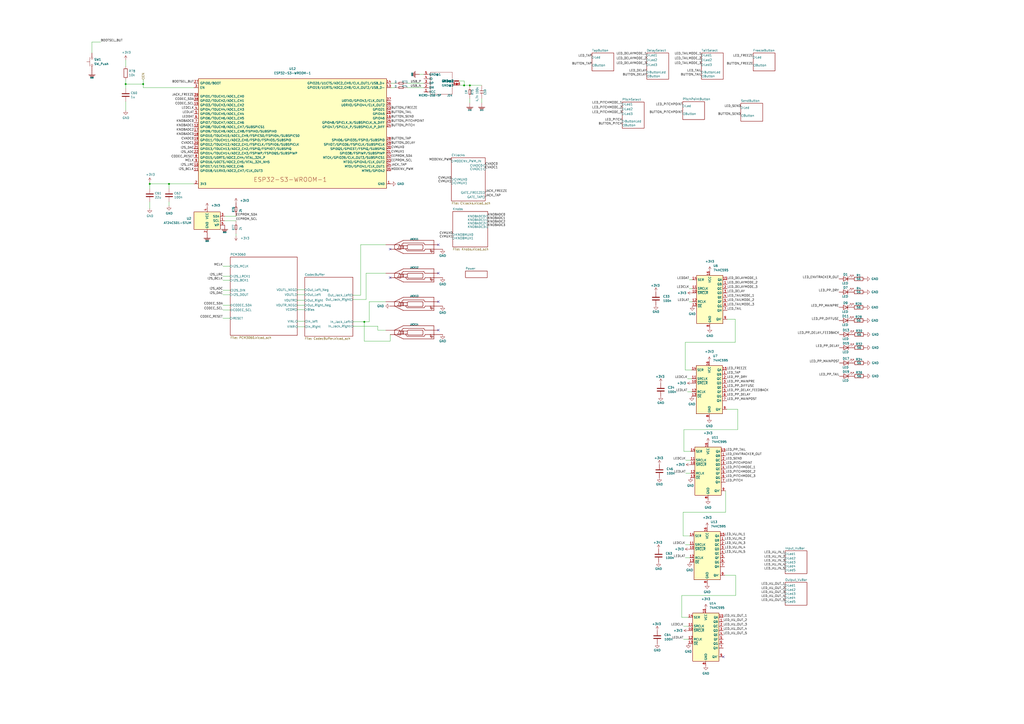
<source format=kicad_sch>
(kicad_sch (version 20221206) (generator eeschema)
  (paper "A2")
  (lib_symbols
    (symbol "74xx:74HC595"
      (property "Reference" "U" (at -7.62 13.97 0))
      (property "Value" "74HC595" (at -7.62 -16.51 0))
      (symbol "74HC595_1_0"
        (pin tri_state line (at 10.16 7.62 180) (length 2.54) (name "QB") (number "1"))
        (pin input line (at -10.16 2.54 0) (length 2.54) (name "~{SRCLR}") (number "10"))
        (pin input line (at -10.16 5.08 0) (length 2.54) (name "SRCLK") (number "11"))
        (pin input line (at -10.16 -2.54 0) (length 2.54) (name "RCLK") (number "12"))
        (pin input line (at -10.16 -5.08 0) (length 2.54) (name "~{OE}") (number "13"))
        (pin input line (at -10.16 10.16 0) (length 2.54) (name "SER") (number "14"))
        (pin tri_state line (at 10.16 10.16 180) (length 2.54) (name "QA") (number "15"))
        (pin power_in line (at 0 15.24 270) (length 2.54) (name "VCC") (number "16"))
        (pin tri_state line (at 10.16 5.08 180) (length 2.54) (name "QC") (number "2"))
        (pin tri_state line (at 10.16 2.54 180) (length 2.54) (name "QD") (number "3"))
        (pin tri_state line (at 10.16 0 180) (length 2.54) (name "QE") (number "4"))
        (pin tri_state line (at 10.16 -2.54 180) (length 2.54) (name "QF") (number "5"))
        (pin tri_state line (at 10.16 -5.08 180) (length 2.54) (name "QG") (number "6"))
        (pin tri_state line (at 10.16 -7.62 180) (length 2.54) (name "QH") (number "7"))
        (pin power_in line (at 0 -17.78 90) (length 2.54) (name "GND") (number "8"))
        (pin output line (at 10.16 -12.7 180) (length 2.54) (name "QH'") (number "9"))
      )
    )
    (symbol "Device:C" (pin_numbers hide) (pin_names (offset 0.254))
      (property "Reference" "C" (at 0.635 2.54 0))
      (property "Value" "C" (at 0.635 -2.54 0))
      (symbol "C_1_1"
        (pin passive line (at 0 3.81 270) (length 2.794) (name "~") (number "1"))
        (pin passive line (at 0 -3.81 90) (length 2.794) (name "~") (number "2"))
      )
    )
    (symbol "Device:LED" (pin_numbers hide) (pin_names (offset 1.016) hide)
      (property "Reference" "D" (at 0 2.54 0))
      (property "Value" "LED" (at 0 -2.54 0))
      (symbol "LED_1_1"
        (pin passive line (at -3.81 0 0) (length 2.54) (name "K") (number "1"))
        (pin passive line (at 3.81 0 180) (length 2.54) (name "A") (number "2"))
      )
    )
    (symbol "Device:R" (pin_numbers hide) (pin_names (offset 0))
      (property "Reference" "R" (at 2.032 0 90))
      (property "Value" "R" (at 0 0 90))
      (symbol "R_1_1"
        (pin passive line (at 0 3.81 270) (length 1.27) (name "~") (number "1"))
        (pin passive line (at 0 -3.81 90) (length 1.27) (name "~") (number "2"))
      )
    )
    (symbol "ESP32-Eurorack-Audio-rescue:+3.3V-power" (power) (pin_names (offset 0))
      (property "Value" "+3.3V-power" (at 0 3.556 0))
      (symbol "+3.3V-power_1_1"
        (pin power_in line (at 0 0 90) (length 0) hide (name "+3V3") (number "1"))
      )
    )
    (symbol "Espressif:ESP32-S3-WROOM-1" (pin_names (offset 1.016))
      (property "Reference" "U" (at -53.34 38.1 0))
      (property "Value" "ESP32-S3-WROOM-1" (at -53.34 35.56 0))
      (symbol "ESP32-S3-WROOM-1_0_0"
        (text "ESP32-S3-WROOM-1" (at 0 -25.4 0) (effects (font (size 2.54 2.54))))
        (pin power_in line (at 58.42 -27.94 180) (length 2.54) (name "GND") (number "1"))
        (pin bidirectional line (at -55.88 -17.78 0) (length 2.54) (name "GPIO17/U1TXD/ADC2_CH6") (number "10"))
        (pin bidirectional line (at -55.88 -20.32 0) (length 2.54) (name "GPIO18/U1RXD/ADC2_CH7/CLK_OUT3") (number "11"))
        (pin bidirectional line (at -55.88 5.08 0) (length 2.54) (name "GPIO8/TOUCH8/ADC1_CH7/SUBSPICS1") (number "12"))
        (pin bidirectional line (at 58.42 27.94 180) (length 2.54) (name "GPIO19/U1RTS/ADC2_CH8/CLK_OUT2/USB_D-") (number "13"))
        (pin bidirectional line (at 58.42 30.48 180) (length 2.54) (name "GPIO20/U1CTS/ADC2_CH9/CLK_OUT1/USB_D+") (number "14"))
        (pin bidirectional line (at -55.88 17.78 0) (length 2.54) (name "GPIO3/TOUCH3/ADC1_CH2") (number "15"))
        (pin bidirectional line (at 58.42 10.16 180) (length 2.54) (name "GPIO46") (number "16"))
        (pin bidirectional line (at -55.88 2.54 0) (length 2.54) (name "GPIO9/TOUCH9/ADC1_CH8/FSPIHD/SUBSPIHD") (number "17"))
        (pin bidirectional line (at -55.88 0 0) (length 2.54) (name "GPIO10/TOUCH10/ADC1_CH9/FSPICS0/FSPIIO4/SUBSPICS0") (number "18"))
        (pin bidirectional line (at -55.88 -2.54 0) (length 2.54) (name "GPIO11/TOUCH11/ADC2_CH0/FSPID/FSPIIO5/SUBSPID") (number "19"))
        (pin power_in line (at -55.88 -27.94 0) (length 2.54) (name "3V3") (number "2"))
        (pin bidirectional line (at -55.88 -5.08 0) (length 2.54) (name "GPIO12/TOUCH12/ADC2_CH1/FSPICLK/FSPIIO6/SUBSPICLK") (number "20"))
        (pin bidirectional line (at -55.88 -7.62 0) (length 2.54) (name "GPIO13/TOUCH13/ADC2_CH2/FSPIQ/FSPIIO7/SUBSPIQ") (number "21"))
        (pin bidirectional line (at -55.88 -10.16 0) (length 2.54) (name "GPIO14/TOUCH14/ADC2_CH3/FSPIWP/FSPIDQS/SUBSPIWP") (number "22"))
        (pin bidirectional line (at 58.42 15.24 180) (length 2.54) (name "GPIO21") (number "23"))
        (pin bidirectional line (at 58.42 5.08 180) (length 2.54) (name "GPIO47/SPICLK_P/SUBSPICLK_P_DIFF") (number "24"))
        (pin bidirectional line (at 58.42 7.62 180) (length 2.54) (name "GPIO48/SPICLK_N/SUBSPICLK_N_DIFF") (number "25"))
        (pin bidirectional line (at 58.42 12.7 180) (length 2.54) (name "GPIO45") (number "26"))
        (pin bidirectional line (at -55.88 30.48 0) (length 2.54) (name "GPIO0/BOOT") (number "27"))
        (pin bidirectional line (at 58.42 -2.54 180) (length 2.54) (name "SPIIO6/GPIO35/FSPID/SUBSPID") (number "28"))
        (pin bidirectional line (at 58.42 -5.08 180) (length 2.54) (name "SPIIO7/GPIO36/FSPICLK/SUBSPICLK") (number "29"))
        (pin input line (at -55.88 27.94 0) (length 2.54) (name "EN") (number "3"))
        (pin bidirectional line (at 58.42 -7.62 180) (length 2.54) (name "SPIDQS/GPIO37/FSPIQ/SUBSPIQ") (number "30"))
        (pin bidirectional line (at 58.42 -10.16 180) (length 2.54) (name "GPIO38/FSPIWP/SUBSPIWP") (number "31"))
        (pin bidirectional line (at 58.42 -12.7 180) (length 2.54) (name "MTCK/GPIO39/CLK_OUT3/SUBSPICS1") (number "32"))
        (pin bidirectional line (at 58.42 -15.24 180) (length 2.54) (name "MTDO/GPIO40/CLK_OUT2") (number "33"))
        (pin bidirectional line (at 58.42 -17.78 180) (length 2.54) (name "MTDI/GPIO41/CLK_OUT1") (number "34"))
        (pin bidirectional line (at 58.42 -20.32 180) (length 2.54) (name "MTMS/GPIO42") (number "35"))
        (pin bidirectional line (at 58.42 17.78 180) (length 2.54) (name "U0RXD/GPIO44/CLK_OUT2") (number "36"))
        (pin bidirectional line (at 58.42 20.32 180) (length 2.54) (name "U0TXD/GPIO43/CLK_OUT1") (number "37"))
        (pin bidirectional line (at -55.88 20.32 0) (length 2.54) (name "GPIO2/TOUCH2/ADC1_CH1") (number "38"))
        (pin bidirectional line (at -55.88 22.86 0) (length 2.54) (name "GPIO1/TOUCH1/ADC1_CH0") (number "39"))
        (pin bidirectional line (at -55.88 15.24 0) (length 2.54) (name "GPIO4/TOUCH4/ADC1_CH3") (number "4"))
        (pin passive line (at 58.42 -27.94 180) (length 2.54) hide (name "GND") (number "40"))
        (pin passive line (at 58.42 -27.94 180) (length 2.54) hide (name "GND") (number "41"))
        (pin bidirectional line (at -55.88 12.7 0) (length 2.54) (name "GPIO5/TOUCH5/ADC1_CH4") (number "5"))
        (pin bidirectional line (at -55.88 10.16 0) (length 2.54) (name "GPIO6/TOUCH6/ADC1_CH5") (number "6"))
        (pin bidirectional line (at -55.88 7.62 0) (length 2.54) (name "GPIO7/TOUCH7/ADC1_CH6") (number "7"))
        (pin bidirectional line (at -55.88 -12.7 0) (length 2.54) (name "GPIO15/U0RTS/ADC2_CH4/XTAL_32K_P") (number "8"))
        (pin bidirectional line (at -55.88 -15.24 0) (length 2.54) (name "GPIO16/U0CTS/ADC2_CH5/XTAL_32K_NH5") (number "9"))
      )
    )
    (symbol "Memory_EEPROM:AT24CS01-STUM"
      (property "Reference" "U" (at -7.62 6.35 0))
      (property "Value" "AT24CS01-STUM" (at 2.54 -6.35 0))
      (symbol "AT24CS01-STUM_1_1"
        (pin input line (at 10.16 0 180) (length 2.54) (name "SCL") (number "1"))
        (pin power_in line (at 0 -7.62 90) (length 2.54) (name "GND") (number "2"))
        (pin bidirectional line (at 10.16 2.54 180) (length 2.54) (name "SDA") (number "3"))
        (pin power_in line (at 0 7.62 270) (length 2.54) (name "VCC") (number "4"))
        (pin input line (at 10.16 -2.54 180) (length 2.54) (name "WP") (number "5"))
      )
    )
    (symbol "Switch:SW_Push" (pin_numbers hide) (pin_names (offset 1.016) hide)
      (property "Reference" "SW" (at 1.27 2.54 0))
      (property "Value" "SW_Push" (at 0 -1.524 0))
      (symbol "SW_Push_0_1"
        (pin passive line (at -5.08 0 0) (length 2.54) (name "1") (number "1"))
        (pin passive line (at 5.08 0 180) (length 2.54) (name "2") (number "2"))
      )
    )
    (symbol "TINRS - Wobbler (pico)sch-eagle-import:C-1206"
      (property "Reference" "C" (at -3.81 0 0))
      (property "Value" "C-1206" (at 0 0 0))
      (symbol "C-1206_1_0"
        (pin passive line (at -3.81 0 0) (length 2.54) (name "1") (number "1"))
        (pin passive line (at 3.81 0 180) (length 2.54) (name "2") (number "2"))
      )
    )
    (symbol "TINRS - Wobbler (pico)sch-eagle-import:GND" (power)
      (property "Value" "GND" (at 0 -1.27 0))
      (symbol "GND_1_0"
        (pin power_in line (at 0 2.54 270) (length 2.54) (name "GND") (number "1"))
      )
    )
    (symbol "TINRS - Wobbler (pico)sch-eagle-import:MICRO-USB-5P"
      (property "Reference" "J" (at -6.35 6.35 0))
      (property "Value" "MICRO-USB-5P" (at 0 6.35 0))
      (symbol "MICRO-USB-5P_1_0"
        (pin bidirectional line (at 10.16 5.08 180) (length 2.54) (name "VCC") (number "1"))
        (pin bidirectional line (at 10.16 2.54 180) (length 2.54) (name "DM") (number "2"))
        (pin bidirectional line (at 10.16 0 180) (length 2.54) (name "DP") (number "3"))
        (pin bidirectional line (at 10.16 -2.54 180) (length 2.54) (name "ID") (number "4"))
        (pin bidirectional line (at 10.16 -5.08 180) (length 2.54) (name "GND@1") (number "5"))
        (pin bidirectional line (at -10.16 -1.27 0) (length 2.54) (name "GND@2") (number "B@1"))
        (pin bidirectional line (at -10.16 -1.27 0) (length 2.54) (name "GND@2") (number "B@10"))
        (pin bidirectional line (at -10.16 -1.27 0) (length 2.54) (name "GND@2") (number "B@11"))
        (pin bidirectional line (at -10.16 -1.27 0) (length 2.54) (name "GND@2") (number "B@12"))
        (pin bidirectional line (at -10.16 -1.27 0) (length 2.54) (name "GND@2") (number "B@2"))
        (pin bidirectional line (at -10.16 -1.27 0) (length 2.54) (name "GND@2") (number "B@3"))
        (pin bidirectional line (at -10.16 -1.27 0) (length 2.54) (name "GND@2") (number "B@4"))
        (pin bidirectional line (at -10.16 -1.27 0) (length 2.54) (name "GND@2") (number "B@5"))
        (pin bidirectional line (at -10.16 1.27 0) (length 2.54) (name "GND@3") (number "B@6"))
        (pin bidirectional line (at -10.16 -1.27 0) (length 2.54) (name "GND@2") (number "B@7"))
        (pin bidirectional line (at -10.16 -1.27 0) (length 2.54) (name "GND@2") (number "B@8"))
        (pin bidirectional line (at -10.16 -1.27 0) (length 2.54) (name "GND@2") (number "B@9"))
      )
    )
    (symbol "TINRS - Wobbler (pico)sch-eagle-import:R-0402"
      (property "Reference" "R" (at -3.81 0 0))
      (property "Value" "R-0402" (at 2.54 0 0))
      (symbol "R-0402_1_0"
        (pin passive line (at -3.81 0 0) (length 2.54) (name "1") (number "1"))
        (pin passive line (at 3.81 0 180) (length 2.54) (name "2") (number "2"))
      )
    )
    (symbol "TINRS - Wobbler (pico)sch-eagle-import:R-0603"
      (property "Reference" "R" (at -3.81 0 0))
      (property "Value" "R-0603" (at 2.54 0 0))
      (symbol "R-0603_1_0"
        (pin passive line (at -3.81 0 0) (length 2.54) (name "1") (number "1"))
        (pin passive line (at 3.81 0 180) (length 2.54) (name "2") (number "2"))
      )
    )
    (symbol "TiNRS_Eagle:AUDIO-JACK_SMALLSYMBOLNODRILL"
      (property "Reference" "JACK" (at -1.27 -9.906 90))
      (symbol "AUDIO-JACK_SMALLSYMBOLNODRILL_1_0"
        (pin bidirectional line (at 2.54 -15.24 90) (length 5.08) (name "RING") (number "RING"))
        (pin bidirectional line (at 0 -12.7 90) (length 2.54) (name "SECOND") (number "SECOND"))
        (pin bidirectional line (at 2.54 15.24 270) (length 2.54) (name "SWITCH") (number "SWITCH"))
        (pin bidirectional line (at 0 17.78 270) (length 5.08) (name "TIP") (number "TIP"))
      )
    )
    (symbol "power:+3.3V" (power) (pin_names (offset 0))
      (property "Value" "+3.3V" (at 0 3.556 0))
      (symbol "+3.3V_1_1"
        (pin power_in line (at 0 0 90) (length 0) hide (name "+3V3") (number "1"))
      )
    )
    (symbol "power:GND" (power) (pin_names (offset 0))
      (property "Value" "GND" (at 0 -3.81 0))
      (symbol "GND_1_1"
        (pin power_in line (at 0 0 270) (length 0) hide (name "GND") (number "1"))
      )
    )
  )
  (junction (at 272.542 49.53))
  (junction (at 269.24 49.53))
  (junction (at 83.058 48.768))
  (junction (at 86.868 106.68))
  (junction (at 72.898 48.768))
  (junction (at 98.044 106.68))
  (junction (at 211.328 186.69))
  (no_connect (at 254.254 141.986))
  (no_connect (at 226.314 144.526))
  (no_connect (at 419.608 381))
  (no_connect (at 254.254 158.496))
  (no_connect (at 254.254 175.006))
  (no_connect (at 254.254 191.516))
  (no_connect (at 226.314 161.036))
  (wire (pts (xy 172.466 168.148) (xy 176.784 168.148)))
  (wire (pts (xy 83.058 48.768) (xy 72.898 48.768)))
  (wire (pts (xy 98.044 109.474) (xy 98.044 106.68)))
  (wire (pts (xy 427.99 237.49) (xy 427.99 249.174)))
  (wire (pts (xy 86.868 106.68) (xy 86.868 109.474)))
  (wire (pts (xy 236.474 48.26) (xy 245.872 48.26)))
  (wire (pts (xy 219.202 189.23) (xy 219.202 191.516)))
  (wire (pts (xy 228.854 50.8) (xy 226.822 50.8)))
  (wire (pts (xy 396.748 249.174) (xy 396.748 261.874)))
  (wire (pts (xy 133.604 168.402) (xy 129.286 168.402)))
  (wire (pts (xy 136.906 125.476) (xy 136.906 125.222)))
  (wire (pts (xy 395.478 358.14) (xy 399.288 358.14)))
  (wire (pts (xy 397.764 266.954) (xy 400.558 266.954)))
  (wire (pts (xy 83.058 50.8) (xy 83.058 48.768)))
  (wire (pts (xy 133.604 170.942) (xy 129.286 170.942)))
  (wire (pts (xy 130.302 128.016) (xy 136.906 128.016)))
  (wire (pts (xy 98.044 106.68) (xy 112.522 106.68)))
  (wire (pts (xy 397.51 198.628) (xy 397.51 214.63)))
  (wire (pts (xy 130.302 125.476) (xy 136.906 125.476)))
  (wire (pts (xy 172.466 177.038) (xy 176.784 177.038)))
  (wire (pts (xy 133.604 162.56) (xy 129.286 162.56)))
  (wire (pts (xy 279.4 49.53) (xy 272.542 49.53)))
  (wire (pts (xy 269.24 46.99) (xy 266.192 46.99)))
  (wire (pts (xy 421.894 185.166) (xy 426.466 185.166)))
  (wire (pts (xy 204.724 189.23) (xy 219.202 189.23)))
  (wire (pts (xy 211.328 186.69) (xy 204.724 186.69)))
  (wire (pts (xy 395.478 345.44) (xy 395.478 358.14)))
  (wire (pts (xy 133.604 154.432) (xy 129.286 154.432)))
  (wire (pts (xy 172.466 189.484) (xy 176.784 189.484)))
  (wire (pts (xy 86.868 117.094) (xy 86.868 120.904)))
  (wire (pts (xy 272.542 57.15) (xy 272.542 59.69)))
  (wire (pts (xy 133.604 179.832) (xy 129.286 179.832)))
  (wire (pts (xy 427.99 249.174) (xy 396.748 249.174)))
  (wire (pts (xy 396.494 363.22) (xy 399.288 363.22)))
  (wire (pts (xy 420.878 297.18) (xy 420.878 284.734)))
  (wire (pts (xy 172.466 179.578) (xy 176.784 179.578)))
  (wire (pts (xy 204.724 171.196) (xy 209.169 171.196)))
  (wire (pts (xy 272.542 49.53) (xy 269.24 49.53)))
  (wire (pts (xy 399.796 175.006) (xy 401.574 175.006)))
  (wire (pts (xy 396.494 370.84) (xy 399.288 370.84)))
  (wire (pts (xy 53.34 24.384) (xy 53.34 30.734)))
  (wire (pts (xy 228.854 48.26) (xy 226.822 48.26)))
  (wire (pts (xy 421.64 237.49) (xy 427.99 237.49)))
  (wire (pts (xy 243.332 43.18) (xy 245.872 43.18)))
  (wire (pts (xy 129.286 184.658) (xy 133.604 184.658)))
  (wire (pts (xy 86.868 106.68) (xy 98.044 106.68)))
  (wire (pts (xy 399.796 167.386) (xy 401.574 167.386)))
  (wire (pts (xy 83.058 46.228) (xy 83.058 48.768)))
  (wire (pts (xy 397.51 315.976) (xy 400.05 315.976)))
  (wire (pts (xy 58.42 24.384) (xy 53.34 24.384)))
  (wire (pts (xy 269.24 46.99) (xy 269.24 49.53)))
  (wire (pts (xy 397.51 214.63) (xy 401.32 214.63)))
  (wire (pts (xy 211.328 197.866) (xy 211.328 186.69)))
  (wire (pts (xy 219.202 191.516) (xy 223.774 191.516)))
  (wire (pts (xy 399.796 162.306) (xy 401.574 162.306)))
  (wire (pts (xy 172.466 170.942) (xy 176.784 170.942)))
  (wire (pts (xy 397.51 323.596) (xy 400.05 323.596)))
  (wire (pts (xy 72.898 48.768) (xy 72.898 51.308)))
  (wire (pts (xy 72.898 48.768) (xy 72.898 46.228)))
  (wire (pts (xy 279.4 57.15) (xy 279.4 59.69)))
  (wire (pts (xy 426.72 345.44) (xy 395.478 345.44)))
  (wire (pts (xy 72.898 34.798) (xy 72.898 38.608)))
  (wire (pts (xy 223.774 141.986) (xy 209.169 141.986)))
  (wire (pts (xy 426.466 198.628) (xy 397.51 198.628)))
  (wire (pts (xy 396.24 310.896) (xy 400.05 310.896)))
  (wire (pts (xy 204.724 173.736) (xy 212.344 173.736)))
  (wire (pts (xy 398.78 227.33) (xy 401.32 227.33)))
  (wire (pts (xy 426.72 333.756) (xy 426.72 345.44)))
  (wire (pts (xy 214.122 186.69) (xy 211.328 186.69)))
  (wire (pts (xy 133.604 177.038) (xy 129.286 177.038)))
  (wire (pts (xy 397.764 274.574) (xy 400.558 274.574)))
  (wire (pts (xy 72.898 58.928) (xy 72.898 64.008)))
  (wire (pts (xy 214.122 175.006) (xy 214.122 186.69)))
  (wire (pts (xy 133.604 160.274) (xy 129.286 160.274)))
  (wire (pts (xy 396.748 261.874) (xy 400.558 261.874)))
  (wire (pts (xy 223.774 158.496) (xy 212.344 158.496)))
  (wire (pts (xy 172.466 186.436) (xy 176.784 186.436)))
  (wire (pts (xy 396.24 310.896) (xy 396.24 297.18)))
  (wire (pts (xy 396.24 297.18) (xy 420.878 297.18)))
  (wire (pts (xy 172.466 174.244) (xy 176.784 174.244)))
  (wire (pts (xy 223.774 175.006) (xy 214.122 175.006)))
  (wire (pts (xy 136.906 136.906) (xy 136.906 135.636)))
  (wire (pts (xy 269.24 49.53) (xy 266.192 49.53)))
  (wire (pts (xy 236.474 50.8) (xy 245.872 50.8)))
  (wire (pts (xy 112.522 50.8) (xy 83.058 50.8)))
  (wire (pts (xy 86.868 105.664) (xy 86.868 106.68)))
  (wire (pts (xy 98.044 117.094) (xy 98.044 119.38)))
  (wire (pts (xy 226.314 194.056) (xy 226.314 197.866)))
  (wire (pts (xy 209.169 141.986) (xy 209.169 171.196)))
  (wire (pts (xy 226.314 197.866) (xy 211.328 197.866)))
  (wire (pts (xy 398.78 219.71) (xy 401.32 219.71)))
  (wire (pts (xy 420.37 333.756) (xy 426.72 333.756)))
  (wire (pts (xy 426.466 185.166) (xy 426.466 198.628)))
  (wire (pts (xy 212.344 158.496) (xy 212.344 173.736)))
  (label "CVADC0" (at 112.522 81.28 180))
  (label "LED_TAP" (at 421.64 217.17 0))
  (label "LED_ENVTRACKER_OUT" (at 420.878 264.414 0))
  (label "LED_FREEZE" (at 436.88 33.274 180))
  (label "JACK_FREEZE" (at 112.522 55.88 180))
  (label "LED_VU_OUT_1" (at 455.422 339.598 180))
  (label "LED_DELAYMODE_3" (at 421.894 167.386 0))
  (label "LED_VU_IN_4" (at 455.422 328.422 180))
  (label "I2S_LRC" (at 129.286 160.274 180))
  (label "LED_DELAYMODE_2" (at 421.894 164.846 0))
  (label "LEDLAT" (at 397.51 323.596 180))
  (label "LEDCLK" (at 398.78 219.71 180))
  (label "LED_VU_OUT_5" (at 455.422 348.996 180))
  (label "KNOBADC1" (at 282.956 127.508 0))
  (label "LED_VU_IN_1" (at 455.422 321.31 180))
  (label "BUTTON_PITCHPOINT" (at 395.986 66.04 180))
  (label "LED_PP_MAINPOST" (at 486.918 210.566 180))
  (label "I2S_ADC" (at 129.286 168.402 180))
  (label "LED_TAILMODE_2" (at 421.894 175.006 0))
  (label "BUTTON_DELAY" (at 226.822 83.82 0))
  (label "CODEC_RESET" (at 112.522 91.694 180))
  (label "LEDCLK" (at 397.51 315.976 180))
  (label "CVADC1" (at 281.432 98.044 0))
  (label "LED_PP_DIFFUSE" (at 421.64 224.79 0))
  (label "LED_DELAYMODE_3" (at 375.158 37.592 180))
  (label "I2S_BCLK" (at 129.286 162.56 180))
  (label "LEDDAT" (at 399.796 162.306 180))
  (label "LED_VU_IN_4" (at 420.37 318.516 0))
  (label "KNOBADC0" (at 282.956 125.476 0))
  (label "CVMUX0" (at 261.874 104.14 180))
  (label "I2S_DAC" (at 112.522 86.614 180))
  (label "LEDLAT" (at 396.494 370.84 180))
  (label "LED_TAILMODE_1" (at 421.894 172.466 0))
  (label "LED_PP_TAIL" (at 486.918 218.186 180))
  (label "EEPROM_SCL" (at 136.906 128.016 0))
  (label "LED_PITCHMODE_3" (at 360.934 66.04 180))
  (label "LED_DELAYMODE_2" (at 375.158 34.798 180))
  (label "BUTTON_PITCH" (at 226.822 73.66 0))
  (label "KNOBADC3" (at 112.522 78.74 180))
  (label "USB_P" (at 244.348 48.26 180))
  (label "LED_PITCHMODE_2" (at 360.934 63.246 180))
  (label "BUTTON_PITCH" (at 360.934 72.644 180))
  (label "LED_VU_IN_1" (at 420.37 310.896 0))
  (label "USB_N" (at 244.348 50.8 180))
  (label "LED_PP_DRY" (at 421.64 219.71 0))
  (label "I2S_LRC" (at 112.522 96.52 180))
  (label "LED_VU_OUT_2" (at 419.608 360.68 0))
  (label "LEDLAT" (at 112.522 66.04 180))
  (label "LED_DELAY" (at 375.158 41.91 180))
  (label "CVMUX0" (at 262.636 136.144 180))
  (label "BUTTON_FREEZE" (at 226.822 63.5 0))
  (label "LED_PP_DRY" (at 486.664 169.418 180))
  (label "LED_FREEZE" (at 421.64 214.63 0))
  (label "LED_PP_DELAY_FEEDBACK" (at 486.918 194.056 180))
  (label "CVADC1" (at 112.522 83.82 180))
  (label "CVADC0" (at 281.432 96.012 0))
  (label "LED_PITCHMODE_1" (at 360.934 60.452 180))
  (label "LED_VU_OUT_4" (at 455.422 346.71 180))
  (label "LED_DELAY" (at 421.894 169.926 0))
  (label "LED_VU_OUT_3" (at 455.422 344.424 180))
  (label "BUTTON_DELAY" (at 375.158 44.196 180))
  (label "LED_PP_DIFFUSE" (at 486.664 185.928 180))
  (label "CODEC_SCL" (at 129.286 179.832 180))
  (label "BOOTSEL_BUT" (at 58.42 24.384 0) (effects (font (size 1.2446 1.2446))))
  (label "LED_SEND" (at 420.878 266.954 0))
  (label "LED_PP_TAIL" (at 420.878 261.874 0))
  (label "KNOBADC2" (at 282.956 129.54 0))
  (label "BUTTON_TAIL" (at 226.822 66.04 0))
  (label "CODEC_SCL" (at 112.522 60.96 180))
  (label "LED_VU_OUT_4" (at 419.608 365.76 0))
  (label "LEDDAT" (at 112.522 68.58 180))
  (label "LED_PITCHMODE_3" (at 420.878 277.114 0))
  (label "MODENV_PWM" (at 226.822 99.06 0))
  (label "LEDLAT" (at 399.796 175.006 180))
  (label "LED_DELAYMODE_1" (at 421.894 162.306 0))
  (label "LED_TAIL" (at 406.908 41.91 180))
  (label "KNOBADC2" (at 112.522 76.2 180))
  (label "I2S_BCLK" (at 112.522 99.06 180))
  (label "LEDCLK" (at 399.796 167.386 180))
  (label "LED_PITCH" (at 420.878 279.654 0))
  (label "EEPROM_SDA" (at 226.822 91.44 0))
  (label "LED_SEND" (at 429.768 62.484 180))
  (label "LED_TAIL" (at 421.894 180.086 0))
  (label "LED_VU_IN_3" (at 420.37 315.976 0))
  (label "BUTTON_TAIL" (at 406.908 44.196 180))
  (label "LED_PP_MAINPOST" (at 421.64 232.41 0))
  (label "LED_VU_IN_3" (at 455.422 326.136 180))
  (label "LED_VU_IN_2" (at 455.422 323.85 180))
  (label "BUTTON_TAP" (at 226.822 81.28 0))
  (label "KNOBADC1" (at 112.522 73.66 180))
  (label "CODEC_SDA" (at 129.286 177.038 180))
  (label "JACK_TAP" (at 281.432 114.3 0))
  (label "LED_VU_OUT_5" (at 419.608 368.3 0))
  (label "LED_PP_DELAY_FEEDBACK" (at 421.64 227.33 0))
  (label "LEDLAT" (at 397.764 274.574 180))
  (label "LED_TAILMODE_3" (at 406.908 37.592 180))
  (label "LED_VU_IN_2" (at 420.37 313.436 0))
  (label "LED_TAILMODE_3" (at 421.894 177.546 0))
  (label "MCLK" (at 129.286 154.432 180))
  (label "LED_ENVTRACKER_OUT" (at 486.664 161.798 180))
  (label "LEDCLK" (at 397.764 266.954 180))
  (label "JACK_TAP" (at 226.822 96.52 0))
  (label "LED_PP_DELAY" (at 486.918 201.676 180))
  (label "JACK_FREEZE" (at 281.432 111.76 0))
  (label "BUTTON_FREEZE" (at 436.88 37.846 180))
  (label "LED_PITCHMODE_1" (at 420.878 272.034 0))
  (label "I2S_DAC" (at 129.286 170.942 180))
  (label "KNOBADC0" (at 112.522 71.12 180))
  (label "LED_PITCHMODE_2" (at 420.878 274.574 0))
  (label "MCLK" (at 112.522 93.98 180))
  (label "BUTTON_TAP" (at 343.408 37.846 180))
  (label "LED_TAILMODE_2" (at 406.908 34.798 180))
  (label "LED_PP_DELAY" (at 421.64 229.87 0))
  (label "LED_VU_OUT_1" (at 419.608 358.14 0))
  (label "LED_PITCH" (at 360.934 70.358 180))
  (label "LED_VU_IN_5" (at 420.37 321.056 0))
  (label "BUTTON_SEND" (at 429.768 67.056 180))
  (label "CODEC_SDA" (at 112.522 58.42 180))
  (label "EEPROM_SCL" (at 226.822 93.98 0))
  (label "LEDLAT" (at 398.78 227.33 180))
  (label "CVMUX1" (at 261.874 106.172 180))
  (label "I2S_ADC" (at 112.522 89.154 180))
  (label "LED_PITCHPOINT" (at 395.986 61.468 180))
  (label "CVMUX1" (at 226.822 88.9 0))
  (label "CVMUX0" (at 226.822 86.36 0))
  (label "LED_VU_OUT_2" (at 455.422 342.138 180))
  (label "KNOBADC3" (at 282.956 131.572 0))
  (label "LED_VU_IN_5" (at 455.422 330.708 180))
  (label "CVMUX1" (at 262.636 138.176 180))
  (label "LED_DELAYMODE_1" (at 375.158 32.004 180))
  (label "LED_TAP" (at 343.408 33.274 180))
  (label "BUTTON_SEND" (at 226.822 68.58 0))
  (label "BOOTSEL_BUT" (at 112.522 48.26 180) (effects (font (size 1.2446 1.2446))))
  (label "BUTTON_PITCHPOINT" (at 226.822 71.12 0))
  (label "LED_VU_OUT_3" (at 419.608 363.22 0))
  (label "LEDCLK" (at 112.522 63.5 180))
  (label "LED_PP_MAINPRE" (at 421.64 222.25 0))
  (label "CODEC_RESET" (at 129.286 184.658 180))
  (label "LED_PP_MAINPRE" (at 486.664 178.308 180))
  (label "EEPROM_SDA" (at 136.906 125.476 0))
  (label "LEDCLK" (at 396.494 363.22 180))
  (label "LED_PITCHPOINT" (at 420.878 269.494 0))
  (label "LED_TAILMODE_1" (at 406.908 32.004 180))
  (label "MODENV_PWM" (at 261.874 93.472 180))
  (hierarchical_label "EN" (shape input) (at 83.058 46.228 90))
  (symbol (lib_id "TINRS - Wobbler (pico)sch-eagle-import:R-0402") (at 232.664 50.8 0) (mirror y) (unit 1)
    (property "Reference" "R74" (at 236.474 50.8 0) (effects (font (size 1.27 1.0795)) (justify left bottom)))
    (property "Value" "0" (at 230.124 50.8 0) (effects (font (size 1.27 1.0795)) (justify left bottom)))
    (property "Footprint" "Resistor_SMD:R_0402_1005Metric" (effects hide))
  )
  (symbol (lib_id "Device:LED") (at 490.474 178.308 180) (unit 1)
    (property "Reference" "D9" (at 490.474 175.768 0))
    (property "Value" "LED" (at 490.22 180.848 0))
    (property "Footprint" "LED_THT:LED_D3.0mm_FlatTop" (effects hide))
  )
  (symbol (lib_id "ESP32-Eurorack-Audio-rescue:+3.3V-power") (at 86.868 105.664 0) (unit 1)
    (property "Reference" "#PWR0114" (effects hide))
    (property "Value" "+3.3V" (at 87.249 101.2698 0))
  )
  (symbol (lib_id "TINRS - Wobbler (pico)sch-eagle-import:C-1206") (at 279.4 53.34 270) (mirror x) (unit 1)
    (property "Reference" "C59" (at 280.67 55.118 0) (effects (font (size 1.27 1.0795)) (justify left bottom)))
    (property "Value" "4.7n 100v" (at 276.098 58.928 0) (effects (font (size 1.27 1.0795)) (justify left bottom)))
    (property "Footprint" "TiNRS_Eagle_Footprints:C3216" (effects hide))
  )
  (symbol (lib_id "TINRS - Wobbler (pico)sch-eagle-import:GND") (at 279.4 62.23 0) (mirror y) (unit 1)
    (property "Reference" "#GND0128" (effects hide))
    (property "Value" "GND" (at 279.4 63.5 0) (effects (font (size 0.762 0.6477)) (justify top)))
  )
  (symbol (lib_id "Device:C") (at 382.524 273.304 0) (unit 1)
    (property "Reference" "C46" (at 386.588 272.0339 0) (effects (justify left)))
    (property "Value" "100n" (at 386.588 274.5739 0) (effects (justify left)))
    (property "Footprint" "Capacitor_SMD:C_0402_1005Metric" (effects hide))
  )
  (symbol (lib_id "power:GND") (at 401.32 229.87 0) (unit 1)
    (property "Reference" "#PWR0297" (effects hide))
    (property "Value" "GND" (at 401.32 234.442 0))
  )
  (symbol (lib_id "Device:LED") (at 490.728 218.186 180) (unit 1)
    (property "Reference" "D19" (at 490.728 215.646 0))
    (property "Value" "LED" (at 490.474 220.726 0))
    (property "Footprint" "LED_THT:LED_D3.0mm_FlatTop" (effects hide))
  )
  (symbol (lib_id "power:GND") (at 501.904 178.308 90) (unit 1)
    (property "Reference" "#PWR0212" (effects hide))
    (property "Value" "GND" (at 509.524 178.308 90) (effects (justify left)))
  )
  (symbol (lib_id "power:GND") (at 256.794 177.546 0) (mirror y) (unit 1)
    (property "Reference" "#PWR0118" (effects hide))
    (property "Value" "GND" (at 258.826 181.356 0) (effects (justify left)))
  )
  (symbol (lib_id "Memory_EEPROM:AT24CS01-STUM") (at 120.142 128.016 0) (unit 1)
    (property "Reference" "U2" (at 110.998 126.7459 0) (effects (justify right)))
    (property "Value" "AT24CS01-STUM" (at 110.998 129.2859 0) (effects (justify right)))
    (property "Footprint" "Package_TO_SOT_SMD:SOT-23-5" (effects hide))
    (property "Datasheet" "http://ww1.microchip.com/downloads/en/DeviceDoc/Atmel-8815-SEEPROM-AT24CS01-02-Datasheet.pdf" (effects hide))
  )
  (symbol (lib_id "74xx:74HC595") (at 411.734 172.466 0) (unit 1)
    (property "Reference" "U6" (at 413.7534 154.178 0) (effects (justify left)))
    (property "Value" "74HC595" (at 413.7534 156.718 0) (effects (justify left)))
    (property "Footprint" "Package_SO:TSSOP-16_4.4x5mm_P0.65mm" (effects hide))
    (property "Datasheet" "http://www.ti.com/lit/ds/symlink/sn74hc595.pdf" (effects hide))
  )
  (symbol (lib_id "Device:LED") (at 490.728 210.566 180) (unit 1)
    (property "Reference" "D17" (at 490.728 208.026 0))
    (property "Value" "LED" (at 490.474 213.106 0))
    (property "Footprint" "LED_THT:LED_D3.0mm_FlatTop" (effects hide))
  )
  (symbol (lib_id "power:GND") (at 502.158 218.186 90) (unit 1)
    (property "Reference" "#PWR0230" (effects hide))
    (property "Value" "GND" (at 509.778 218.186 90) (effects (justify left)))
  )
  (symbol (lib_id "power:GND") (at 502.158 210.566 90) (unit 1)
    (property "Reference" "#PWR0231" (effects hide))
    (property "Value" "GND" (at 509.778 210.566 90) (effects (justify left)))
  )
  (symbol (lib_id "power:+3.3V") (at 381.254 365.76 0) (unit 1)
    (property "Reference" "#PWR0298" (effects hide))
    (property "Value" "+3.3V" (at 378.206 361.95 0) (effects (justify left)))
  )
  (symbol (lib_id "power:+3.3V") (at 410.718 256.794 0) (unit 1)
    (property "Reference" "#PWR0228" (effects hide))
    (property "Value" "+3.3V" (at 410.718 251.206 0))
  )
  (symbol (lib_id "power:+3.3V") (at 399.288 365.76 90) (unit 1)
    (property "Reference" "#PWR0222" (effects hide))
    (property "Value" "+3.3V" (at 390.652 365.76 90) (effects (justify right)))
  )
  (symbol (lib_id "power:GND") (at 501.904 161.798 90) (unit 1)
    (property "Reference" "#PWR0214" (effects hide))
    (property "Value" "GND" (at 509.524 161.798 90) (effects (justify left)))
  )
  (symbol (lib_id "power:+3.3V") (at 410.21 305.816 0) (unit 1)
    (property "Reference" "#PWR0218" (effects hide))
    (property "Value" "+3.3V" (at 410.21 300.228 0))
  )
  (symbol (lib_id "power:GND") (at 382.016 326.136 0) (unit 1)
    (property "Reference" "#PWR0216" (effects hide))
    (property "Value" "GND" (at 379.984 329.946 0) (effects (justify left)))
  )
  (symbol (lib_id "TiNRS_Eagle:AUDIO-JACK_SMALLSYMBOLNODRILL") (at 241.554 158.496 90) (mirror x) (unit 1)
    (property "Reference" "JACK12" (at 240.284 155.194 90) (effects (font (size 1.016 0.8636))))
    (property "Value" "AUDIO-JACK_SMALLSYMBOLNODRILL" (effects hide))
    (property "Footprint" "TiNRS_Eagle_Footprints:3.5MM-JACK-SWITCH-13MM-NOHOLES-TESTPAD" (effects hide))
  )
  (symbol (lib_id "Device:C") (at 98.044 113.284 0) (unit 1)
    (property "Reference" "C62" (at 100.965 112.1156 0) (effects (justify left)))
    (property "Value" "100n" (at 100.965 114.427 0) (effects (justify left)))
    (property "Footprint" "Capacitor_SMD:C_0402_1005Metric" (effects hide))
  )
  (symbol (lib_id "TINRS - Wobbler (pico)sch-eagle-import:MICRO-USB-5P") (at 256.032 48.26 180) (unit 1)
    (property "Reference" "J14" (at 262.382 54.61 0) (effects (font (size 1.27 1.0795)) (justify left bottom)))
    (property "Value" "MICRO-USB-5P" (at 256.032 54.61 0) (effects (font (size 1.27 1.0795)) (justify left bottom)))
    (property "Footprint" "TiNRS_Eagle_Footprints:C132563" (effects hide))
  )
  (symbol (lib_id "Device:C") (at 381.254 369.57 0) (unit 1)
    (property "Reference" "C64" (at 385.318 368.2999 0) (effects (justify left)))
    (property "Value" "100n" (at 385.318 370.8399 0) (effects (justify left)))
    (property "Footprint" "Capacitor_SMD:C_0402_1005Metric" (effects hide))
  )
  (symbol (lib_id "power:GND") (at 501.904 169.418 90) (unit 1)
    (property "Reference" "#PWR0213" (effects hide))
    (property "Value" "GND" (at 509.524 169.418 90) (effects (justify left)))
  )
  (symbol (lib_id "TINRS - Wobbler (pico)sch-eagle-import:R-0603") (at 272.542 53.34 270) (mirror x) (unit 1)
    (property "Reference" "R75" (at 273.304 55.118 0) (effects (font (size 1.27 1.0795)) (justify left bottom)))
    (property "Value" "1M" (at 269.748 54.61 0) (effects (font (size 1.27 1.0795)) (justify left bottom)))
    (property "Footprint" "Resistor_SMD:R_0402_1005Metric" (effects hide))
  )
  (symbol (lib_id "power:+3.3V") (at 136.906 117.602 0) (unit 1)
    (property "Reference" "#PWR0113" (effects hide))
    (property "Value" "+3.3V" (at 139.192 116.3319 0) (effects (justify left)))
  )
  (symbol (lib_id "power:GND") (at 383.286 229.87 0) (unit 1)
    (property "Reference" "#PWR0272" (effects hide))
    (property "Value" "GND" (at 381.254 233.68 0) (effects (justify left)))
  )
  (symbol (lib_id "power:GND") (at 401.574 177.546 0) (unit 1)
    (property "Reference" "#PWR0136" (effects hide))
    (property "Value" "GND" (at 401.574 182.118 0))
  )
  (symbol (lib_id "power:GND") (at 399.288 373.38 0) (unit 1)
    (property "Reference" "#PWR0300" (effects hide))
    (property "Value" "GND" (at 399.288 377.952 0))
  )
  (symbol (lib_id "power:GND") (at 409.448 386.08 0) (unit 1)
    (property "Reference" "#PWR0301" (effects hide))
    (property "Value" "GND" (at 409.448 390.652 0))
  )
  (symbol (lib_id "power:+3.3V") (at 401.32 222.25 90) (unit 1)
    (property "Reference" "#PWR0247" (effects hide))
    (property "Value" "+3.3V" (at 392.684 222.25 90) (effects (justify right)))
  )
  (symbol (lib_id "power:GND") (at 502.158 194.056 90) (unit 1)
    (property "Reference" "#PWR0246" (effects hide))
    (property "Value" "GND" (at 509.778 194.056 90) (effects (justify left)))
  )
  (symbol (lib_id "power:GND") (at 256.794 194.056 0) (mirror y) (unit 1)
    (property "Reference" "#PWR0132" (effects hide))
    (property "Value" "GND" (at 258.826 197.866 0) (effects (justify left)))
  )
  (symbol (lib_id "74xx:74HC595") (at 411.48 224.79 0) (unit 1)
    (property "Reference" "U7" (at 413.4994 206.502 0) (effects (justify left)))
    (property "Value" "74HC595" (at 413.4994 209.042 0) (effects (justify left)))
    (property "Footprint" "Package_SO:TSSOP-16_4.4x5mm_P0.65mm" (effects hide))
    (property "Datasheet" "http://www.ti.com/lit/ds/symlink/sn74hc595.pdf" (effects hide))
  )
  (symbol (lib_id "TINRS - Wobbler (pico)sch-eagle-import:GND") (at 240.792 43.18 270) (mirror x) (unit 1)
    (property "Reference" "#GND0127" (effects hide))
    (property "Value" "GND" (at 239.522 43.18 0) (effects (font (size 0.762 0.6477)) (justify top)))
  )
  (symbol (lib_id "TiNRS_Eagle:AUDIO-JACK_SMALLSYMBOLNODRILL") (at 241.554 191.516 90) (mirror x) (unit 1)
    (property "Reference" "JACK14" (at 240.284 188.214 90) (effects (font (size 1.016 0.8636))))
    (property "Value" "AUDIO-JACK_SMALLSYMBOLNODRILL" (effects hide))
    (property "Footprint" "TiNRS_Eagle_Footprints:3.5MM-JACK-SWITCH-13MM-NOHOLES-TESTPAD" (effects hide))
  )
  (symbol (lib_id "Device:C") (at 382.016 322.326 0) (unit 1)
    (property "Reference" "C63" (at 386.08 321.0559 0) (effects (justify left)))
    (property "Value" "100n" (at 386.08 323.5959 0) (effects (justify left)))
    (property "Footprint" "Capacitor_SMD:C_0402_1005Metric" (effects hide))
  )
  (symbol (lib_id "Device:C") (at 383.286 226.06 0) (unit 1)
    (property "Reference" "C34" (at 387.35 224.7899 0) (effects (justify left)))
    (property "Value" "100n" (at 387.35 227.3299 0) (effects (justify left)))
    (property "Footprint" "Capacitor_SMD:C_0402_1005Metric" (effects hide))
  )
  (symbol (lib_id "power:GND") (at 256.794 144.526 0) (mirror y) (unit 1)
    (property "Reference" "#PWR0282" (effects hide))
    (property "Value" "GND" (at 258.826 148.336 0) (effects (justify left)))
  )
  (symbol (lib_id "TiNRS_Eagle:AUDIO-JACK_SMALLSYMBOLNODRILL") (at 241.554 141.986 90) (mirror x) (unit 1)
    (property "Reference" "JACK11" (at 240.284 138.684 90) (effects (font (size 1.016 0.8636))))
    (property "Value" "AUDIO-JACK_SMALLSYMBOLNODRILL" (effects hide))
    (property "Footprint" "TiNRS_Eagle_Footprints:3.5MM-JACK-SWITCH-13MM-NOHOLES-TESTPAD" (effects hide))
  )
  (symbol (lib_id "power:GND") (at 411.734 190.246 0) (unit 1)
    (property "Reference" "#PWR0131" (effects hide))
    (property "Value" "GND" (at 411.734 194.818 0))
  )
  (symbol (lib_id "Device:LED") (at 490.474 161.798 180) (unit 1)
    (property "Reference" "D1" (at 490.474 159.258 0))
    (property "Value" "LED" (at 490.22 164.338 0))
    (property "Footprint" "LED_THT:LED_D3.0mm_FlatTop" (effects hide))
  )
  (symbol (lib_id "power:+3.3V") (at 411.48 209.55 0) (unit 1)
    (property "Reference" "#PWR0130" (effects hide))
    (property "Value" "+3.3V" (at 411.48 203.962 0))
  )
  (symbol (lib_id "Device:R") (at 498.348 201.676 90) (unit 1)
    (property "Reference" "R32" (at 498.348 199.644 90))
    (property "Value" "56" (at 498.348 201.676 90))
    (property "Footprint" "Resistor_SMD:R_0402_1005Metric" (effects hide))
  )
  (symbol (lib_id "TINRS - Wobbler (pico)sch-eagle-import:GND") (at 272.542 62.23 0) (mirror y) (unit 1)
    (property "Reference" "#GND0129" (effects hide))
    (property "Value" "GND" (at 272.542 63.5 0) (effects (font (size 0.762 0.6477)) (justify top)))
  )
  (symbol (lib_id "power:+3.3V") (at 400.558 269.494 90) (unit 1)
    (property "Reference" "#PWR0223" (effects hide))
    (property "Value" "+3.3V" (at 391.922 269.494 90) (effects (justify right)))
  )
  (symbol (lib_id "power:GND") (at 380.492 177.038 0) (unit 1)
    (property "Reference" "#PWR0137" (effects hide))
    (property "Value" "GND" (at 378.46 180.848 0) (effects (justify left)))
  )
  (symbol (lib_id "power:GND") (at 98.044 119.38 0) (unit 1)
    (property "Reference" "#PWR0119" (effects hide))
    (property "Value" "GND" (at 98.171 123.7742 0))
  )
  (symbol (lib_id "power:GND") (at 382.524 277.114 0) (unit 1)
    (property "Reference" "#PWR0224" (effects hide))
    (property "Value" "GND" (at 380.492 280.924 0) (effects (justify left)))
  )
  (symbol (lib_id "Device:R") (at 498.094 169.418 90) (unit 1)
    (property "Reference" "R4" (at 498.094 167.386 90))
    (property "Value" "56" (at 498.094 169.418 90))
    (property "Footprint" "Resistor_SMD:R_0402_1005Metric" (effects hide))
  )
  (symbol (lib_id "Device:C") (at 86.868 113.284 0) (unit 1)
    (property "Reference" "C61" (at 89.789 112.1156 0) (effects (justify left)))
    (property "Value" "22u" (at 89.789 114.427 0) (effects (justify left)))
    (property "Footprint" "Capacitor_SMD:C_0805_2012Metric" (effects hide))
  )
  (symbol (lib_id "power:GND") (at 410.718 289.814 0) (unit 1)
    (property "Reference" "#PWR0229" (effects hide))
    (property "Value" "GND" (at 410.718 294.386 0))
  )
  (symbol (lib_id "power:+3.3V") (at 383.286 222.25 0) (unit 1)
    (property "Reference" "#PWR0271" (effects hide))
    (property "Value" "+3.3V" (at 380.238 218.44 0) (effects (justify left)))
  )
  (symbol (lib_id "Device:LED") (at 490.474 169.418 180) (unit 1)
    (property "Reference" "D7" (at 490.474 166.878 0))
    (property "Value" "LED" (at 490.22 171.958 0))
    (property "Footprint" "LED_THT:LED_D3.0mm_FlatTop" (effects hide))
  )
  (symbol (lib_id "Device:R") (at 498.348 210.566 90) (unit 1)
    (property "Reference" "R34" (at 498.348 208.534 90))
    (property "Value" "56" (at 498.348 210.566 90))
    (property "Footprint" "Resistor_SMD:R_0402_1005Metric" (effects hide))
  )
  (symbol (lib_id "TINRS - Wobbler (pico)sch-eagle-import:R-0402") (at 136.906 121.412 90) (unit 1)
    (property "Reference" "R76" (at 136.144 123.19 0) (effects (font (size 1.27 1.0795)) (justify left bottom)))
    (property "Value" "2k" (at 140.208 123.19 0) (effects (font (size 1.27 1.0795)) (justify left bottom)))
    (property "Footprint" "Resistor_SMD:R_0402_1005Metric" (effects hide))
  )
  (symbol (lib_id "power:GND") (at 501.904 185.928 90) (unit 1)
    (property "Reference" "#PWR0244" (effects hide))
    (property "Value" "GND" (at 509.524 185.928 90) (effects (justify left)))
  )
  (symbol (lib_id "TINRS - Wobbler (pico)sch-eagle-import:R-0402") (at 136.906 131.826 90) (unit 1)
    (property "Reference" "R77" (at 136.144 133.604 0) (effects (font (size 1.27 1.0795)) (justify left bottom)))
    (property "Value" "2k" (at 140.208 133.604 0) (effects (font (size 1.27 1.0795)) (justify left bottom)))
    (property "Footprint" "Resistor_SMD:R_0402_1005Metric" (effects hide))
  )
  (symbol (lib_id "power:+3.3V") (at 400.05 318.516 90) (unit 1)
    (property "Reference" "#PWR0217" (effects hide))
    (property "Value" "+3.3V" (at 391.414 318.516 90) (effects (justify right)))
  )
  (symbol (lib_id "power:GND") (at 226.822 106.68 90) (mirror x) (unit 1)
    (property "Reference" "#PWR0270" (effects hide))
    (property "Value" "GND" (at 234.442 106.68 90) (effects (justify left)))
  )
  (symbol (lib_id "power:+3.3V") (at 401.574 169.926 90) (unit 1)
    (property "Reference" "#PWR0211" (effects hide))
    (property "Value" "+3.3V" (at 392.938 169.926 90) (effects (justify right)))
  )
  (symbol (lib_id "Device:LED") (at 490.728 201.676 180) (unit 1)
    (property "Reference" "D15" (at 490.728 199.136 0))
    (property "Value" "LED" (at 490.474 204.216 0))
    (property "Footprint" "LED_THT:LED_D3.0mm_FlatTop" (effects hide))
  )
  (symbol (lib_id "power:+3.3V") (at 120.142 120.396 0) (unit 1)
    (property "Reference" "#PWR0112" (effects hide))
    (property "Value" "+3.3V" (at 122.428 119.1259 0) (effects (justify left)))
  )
  (symbol (lib_id "power:GND") (at 226.314 177.546 270) (mirror x) (unit 1)
    (property "Reference" "#PWR0135" (effects hide))
    (property "Value" "GND" (at 218.694 177.546 90) (effects (justify left)))
  )
  (symbol (lib_id "Espressif:ESP32-S3-WROOM-1") (at 168.402 78.74 0) (unit 1)
    (property "Reference" "U12" (at 169.672 39.878 0))
    (property "Value" "ESP32-S3-WROOM-1" (at 169.672 42.418 0))
    (property "Footprint" "Espressif:ESP32-S3-WROOM-1" (effects hide))
    (property "Datasheet" "https://www.espressif.com/sites/default/files/documentation/esp32-s3-wroom-1_wroom-1u_datasheet_en.pdf" (effects hide))
  )
  (symbol (lib_id "power:GND") (at 400.558 277.114 0) (unit 1)
    (property "Reference" "#PWR0226" (effects hide))
    (property "Value" "GND" (at 400.558 281.686 0))
  )
  (symbol (lib_id "power:+3.3V") (at 382.016 318.516 0) (unit 1)
    (property "Reference" "#PWR0215" (effects hide))
    (property "Value" "+3.3V" (at 378.968 314.706 0) (effects (justify left)))
  )
  (symbol (lib_id "power:+3.3V") (at 380.492 169.418 0) (unit 1)
    (property "Reference" "#PWR0138" (effects hide))
    (property "Value" "+3.3V" (at 377.444 165.608 0) (effects (justify left)))
  )
  (symbol (lib_id "Device:R") (at 498.348 194.056 90) (unit 1)
    (property "Reference" "R30" (at 498.348 192.024 90))
    (property "Value" "56" (at 498.348 194.056 90))
    (property "Footprint" "Resistor_SMD:R_0402_1005Metric" (effects hide))
  )
  (symbol (lib_id "power:+3.3V") (at 136.906 136.906 180) (unit 1)
    (property "Reference" "#PWR0111" (effects hide))
    (property "Value" "+3.3V" (at 139.446 138.1759 0) (effects (justify right)))
  )
  (symbol (lib_id "TINRS - Wobbler (pico)sch-eagle-import:GND") (at 130.302 133.096 0) (unit 1)
    (property "Reference" "#GND0126" (effects hide))
    (property "Value" "GND" (at 130.302 134.366 0) (effects (font (size 0.762 0.6477)) (justify top)))
  )
  (symbol (lib_id "74xx:74HC595") (at 410.718 272.034 0) (unit 1)
    (property "Reference" "U11" (at 412.7374 253.746 0) (effects (justify left)))
    (property "Value" "74HC595" (at 412.7374 256.286 0) (effects (justify left)))
    (property "Footprint" "Package_SO:TSSOP-16_4.4x5mm_P0.65mm" (effects hide))
    (property "Datasheet" "http://www.ti.com/lit/ds/symlink/sn74hc595.pdf" (effects hide))
  )
  (symbol (lib_id "Device:LED") (at 490.728 194.056 180) (unit 1)
    (property "Reference" "D13" (at 490.728 191.516 0))
    (property "Value" "LED" (at 490.474 196.596 0))
    (property "Footprint" "LED_THT:LED_D3.0mm_FlatTop" (effects hide))
  )
  (symbol (lib_id "TINRS - Wobbler (pico)sch-eagle-import:GND") (at 53.34 43.434 0) (unit 1)
    (property "Reference" "#GND0144" (effects hide))
    (property "Value" "GND" (at 53.34 44.704 0) (effects (font (size 0.762 0.6477)) (justify top)))
  )
  (symbol (lib_id "Device:R") (at 72.898 42.418 0) (unit 1)
    (property "Reference" "R78" (at 74.676 41.2496 0) (effects (justify left)))
    (property "Value" "10k" (at 74.676 43.561 0) (effects (justify left)))
    (property "Footprint" "Resistor_SMD:R_0402_1005Metric" (effects hide))
  )
  (symbol (lib_id "Switch:SW_Push") (at 53.34 35.814 90) (unit 1)
    (property "Reference" "SW1" (at 54.61 34.5439 90) (effects (justify right)))
    (property "Value" "SW_Push" (at 54.61 37.0839 90) (effects (justify right)))
    (property "Footprint" "Button_Switch_SMD:SW_Push_1P1T_NO_6x6mm_H9.5mm" (effects hide))
  )
  (symbol (lib_id "Device:R") (at 498.348 218.186 90) (unit 1)
    (property "Reference" "R36" (at 498.348 216.154 90))
    (property "Value" "56" (at 498.348 218.186 90))
    (property "Footprint" "Resistor_SMD:R_0402_1005Metric" (effects hide))
  )
  (symbol (lib_id "power:+3.3V") (at 411.734 157.226 0) (unit 1)
    (property "Reference" "#PWR0210" (effects hide))
    (property "Value" "+3.3V" (at 411.734 151.638 0))
  )
  (symbol (lib_id "TINRS - Wobbler (pico)sch-eagle-import:GND") (at 120.142 138.176 0) (unit 1)
    (property "Reference" "#GND0125" (effects hide))
    (property "Value" "GND" (at 120.142 139.446 0) (effects (font (size 0.762 0.6477)) (justify top)))
  )
  (symbol (lib_id "power:GND") (at 400.05 326.136 0) (unit 1)
    (property "Reference" "#PWR0220" (effects hide))
    (property "Value" "GND" (at 400.05 330.708 0))
  )
  (symbol (lib_id "power:GND") (at 86.868 120.904 0) (unit 1)
    (property "Reference" "#PWR0120" (effects hide))
    (property "Value" "GND" (at 86.995 125.2982 0))
  )
  (symbol (lib_id "power:GND") (at 410.21 338.836 0) (unit 1)
    (property "Reference" "#PWR0219" (effects hide))
    (property "Value" "GND" (at 410.21 343.408 0))
  )
  (symbol (lib_id "TiNRS_Eagle:AUDIO-JACK_SMALLSYMBOLNODRILL") (at 241.554 175.006 90) (mirror x) (unit 1)
    (property "Reference" "JACK13" (at 240.284 171.704 90) (effects (font (size 1.016 0.8636))))
    (property "Value" "AUDIO-JACK_SMALLSYMBOLNODRILL" (effects hide))
    (property "Footprint" "TiNRS_Eagle_Footprints:3.5MM-JACK-SWITCH-13MM-NOHOLES-TESTPAD" (effects hide))
  )
  (symbol (lib_id "Device:R") (at 498.094 178.308 90) (unit 1)
    (property "Reference" "R26" (at 498.094 176.276 90))
    (property "Value" "56" (at 498.094 178.308 90))
    (property "Footprint" "Resistor_SMD:R_0402_1005Metric" (effects hide))
  )
  (symbol (lib_id "Device:R") (at 498.094 161.798 90) (unit 1)
    (property "Reference" "R1" (at 498.094 159.766 90))
    (property "Value" "56" (at 498.094 161.798 90))
    (property "Footprint" "Resistor_SMD:R_0402_1005Metric" (effects hide))
  )
  (symbol (lib_id "Device:R") (at 498.094 185.928 90) (unit 1)
    (property "Reference" "R28" (at 498.094 183.896 90))
    (property "Value" "56" (at 498.094 185.928 90))
    (property "Footprint" "Resistor_SMD:R_0402_1005Metric" (effects hide))
  )
  (symbol (lib_id "power:GND") (at 502.158 201.676 90) (unit 1)
    (property "Reference" "#PWR0245" (effects hide))
    (property "Value" "GND" (at 509.778 201.676 90) (effects (justify left)))
  )
  (symbol (lib_id "Device:C") (at 72.898 55.118 0) (unit 1)
    (property "Reference" "C60" (at 75.819 53.9496 0) (effects (justify left)))
    (property "Value" "1u" (at 75.819 56.261 0) (effects (justify left)))
    (property "Footprint" "Capacitor_SMD:C_0402_1005Metric" (effects hide))
  )
  (symbol (lib_id "power:GND") (at 381.254 373.38 0) (unit 1)
    (property "Reference" "#PWR0221" (effects hide))
    (property "Value" "GND" (at 379.222 377.19 0) (effects (justify left)))
  )
  (symbol (lib_id "power:GND") (at 256.794 161.036 0) (mirror y) (unit 1)
    (property "Reference" "#PWR0115" (effects hide))
    (property "Value" "GND" (at 258.826 164.846 0) (effects (justify left)))
  )
  (symbol (lib_id "power:GND") (at 411.48 242.57 0) (unit 1)
    (property "Reference" "#PWR0227" (effects hide))
    (property "Value" "GND" (at 411.48 247.142 0))
  )
  (symbol (lib_id "TINRS - Wobbler (pico)sch-eagle-import:R-0402") (at 232.664 48.26 0) (mirror y) (unit 1)
    (property "Reference" "R73" (at 236.474 48.26 0) (effects (font (size 1.27 1.0795)) (justify left bottom)))
    (property "Value" "0" (at 230.124 48.26 0) (effects (font (size 1.27 1.0795)) (justify left bottom)))
    (property "Footprint" "Resistor_SMD:R_0402_1005Metric" (effects hide))
  )
  (symbol (lib_id "74xx:74HC595") (at 410.21 321.056 0) (unit 1)
    (property "Reference" "U13" (at 412.2294 302.768 0) (effects (justify left)))
    (property "Value" "74HC595" (at 412.2294 305.308 0) (effects (justify left)))
    (property "Footprint" "Package_SO:TSSOP-16_4.4x5mm_P0.65mm" (effects hide))
    (property "Datasheet" "http://www.ti.com/lit/ds/symlink/sn74hc595.pdf" (effects hide))
  )
  (symbol (lib_id "Device:C") (at 380.492 173.228 0) (unit 1)
    (property "Reference" "C33" (at 384.556 171.9579 0) (effects (justify left)))
    (property "Value" "100n" (at 384.556 174.4979 0) (effects (justify left)))
    (property "Footprint" "Capacitor_SMD:C_0402_1005Metric" (effects hide))
  )
  (symbol (lib_id "power:GND") (at 72.898 64.008 0) (unit 1)
    (property "Reference" "#PWR0117" (effects hide))
    (property "Value" "GND" (at 73.025 68.4022 0))
  )
  (symbol (lib_id "power:+3.3V") (at 409.448 353.06 0) (unit 1)
    (property "Reference" "#PWR0299" (effects hide))
    (property "Value" "+3.3V" (at 409.448 347.472 0))
  )
  (symbol (lib_id "74xx:74HC595") (at 409.448 368.3 0) (unit 1)
    (property "Reference" "U14" (at 411.4674 350.012 0) (effects (justify left)))
    (property "Value" "74HC595" (at 411.4674 352.552 0) (effects (justify left)))
    (property "Footprint" "Package_SO:TSSOP-16_4.4x5mm_P0.65mm" (effects hide))
    (property "Datasheet" "http://www.ti.com/lit/ds/symlink/sn74hc595.pdf" (effects hide))
  )
  (symbol (lib_id "Device:LED") (at 490.474 185.928 180) (unit 1)
    (property "Reference" "D11" (at 490.474 183.388 0))
    (property "Value" "LED" (at 490.22 188.468 0))
    (property "Footprint" "LED_THT:LED_D3.0mm_FlatTop" (effects hide))
  )
  (symbol (lib_id "power:+3.3V") (at 382.524 269.494 0) (unit 1)
    (property "Reference" "#PWR0225" (effects hide))
    (property "Value" "+3.3V" (at 379.476 265.684 0) (effects (justify left)))
  )
  (symbol (lib_id "ESP32-Eurorack-Audio-rescue:+3.3V-power") (at 72.898 34.798 0) (unit 1)
    (property "Reference" "#PWR0116" (effects hide))
    (property "Value" "+3.3V" (at 73.279 30.4038 0))
  )
  (sheet (at 262.636 122.682) (size 20.32 20.574) (stroke (width 0.1524))
    (property "Sheetname" "Knobs" (at 262.636 121.9704 0) (effects (justify left bottom)))
    (property "Sheetfile" "Knobs.kicad_sch" (at 262.636 143.8406 0) (effects (justify left top)))
    (pin "KNOBADC0" input (at 282.956 125.476 0))
    (pin "KNOBADC3" input (at 282.956 131.572 0))
    (pin "KNOBADC2" input (at 282.956 129.54 0))
    (pin "KNOBADC1" input (at 282.956 127.508 0))
    (pin "KNOBMUX0" input (at 262.636 136.144 180))
    (pin "KNOBMUX1" input (at 262.636 138.176 180))
  )
  (sheet (at 429.768 59.944) (size 12.7 10.414) (stroke (width 0.1524))
    (property "Sheetname" "SendButton" (at 429.768 59.2324 0) (effects (justify left bottom)))
    (property "Sheetfile" "LedButton.kicad_sch" (effects hide))
    (pin "Led" input (at 429.768 62.484 180))
    (pin "Button" output (at 429.768 67.056 180))
  )
  (sheet (at 176.784 160.782) (size 27.94 34.29) (stroke (width 0.1524))
    (property "Sheetname" "CodecBuffer" (at 176.784 160.0704 0) (effects (justify left bottom)))
    (property "Sheetfile" "CodecBuffer.kicad_sch" (at 176.784 195.6566 0) (effects (justify left top)))
    (pin "In_Jack_Left" input (at 204.724 186.69 0))
    (pin "In_Jack_Right" input (at 204.724 189.23 0))
    (pin "Out_Left" input (at 176.784 170.942 180))
    (pin "Out_Right" input (at 176.784 174.244 180))
    (pin "In_left" output (at 176.784 186.436 180))
    (pin "In_Right" output (at 176.784 189.484 180))
    (pin "Out_Jack_Left" output (at 204.724 171.196 0))
    (pin "Out_Jack_Right" output (at 204.724 173.736 0))
    (pin "Bias" input (at 176.784 179.578 180))
    (pin "Out_Left_Neg" input (at 176.784 168.148 180))
    (pin "Out_Right_Neg" input (at 176.784 177.038 180))
  )
  (sheet (at 406.908 30.734) (size 12.7 15.24) (stroke (width 0.1524))
    (property "Sheetname" "TailSelect" (at 406.908 30.0224 0) (effects (justify left bottom)))
    (property "Sheetfile" "Select3.kicad_sch" (effects hide))
    (pin "Button" output (at 406.908 44.196 180))
    (pin "ButtonLed" input (at 406.908 41.91 180))
    (pin "Led1" input (at 406.908 32.004 180))
    (pin "Led3" input (at 406.908 37.592 180))
    (pin "Led2" input (at 406.908 34.798 180))
  )
  (sheet (at 343.408 30.734) (size 12.7 10.414) (stroke (width 0.1524))
    (property "Sheetname" "TapButton" (at 343.408 30.0224 0) (effects (justify left bottom)))
    (property "Sheetfile" "LedButton.kicad_sch" (effects hide))
    (pin "Led" input (at 343.408 33.274 180))
    (pin "Button" output (at 343.408 37.846 180))
  )
  (sheet (at 270.002 157.226) (size 12.7 3.81)
    (property "Sheetname" "Power" (at 270.002 156.5144 0) (effects (justify left bottom)))
    (property "Sheetfile" "Power.kicad_sch" (effects hide))
  )
  (sheet (at 133.604 149.098) (size 38.862 45.466) (stroke (width 0.1524))
    (property "Sheetname" "PCM3060" (at 133.604 148.3864 0) (effects (justify left bottom)))
    (property "Sheetfile" "PCM3060.kicad_sch" (at 133.604 195.1486 0) (effects (justify left top)))
    (pin "VOUTL" output (at 172.466 170.942 0))
    (pin "VOUTR" output (at 172.466 174.244 0))
    (pin "I2S_BCK1" input (at 133.604 162.56 180))
    (pin "I2S_DIN" output (at 133.604 168.402 180))
    (pin "I2S_DOUT" input (at 133.604 170.942 180))
    (pin "I2S_LRCK1" input (at 133.604 160.274 180))
    (pin "CODEC_SDA" bidirectional (at 133.604 177.038 180))
    (pin "CODEC_SCL" bidirectional (at 133.604 179.832 180))
    (pin "VCOM" output (at 172.466 179.578 0))
    (pin "VINR" input (at 172.466 189.484 0))
    (pin "VINL" input (at 172.466 186.436 0))
    (pin "RESET" input (at 133.604 184.658 180))
    (pin "VOUTL_NEG" output (at 172.466 168.148 0))
    (pin "VOUTR_NEG" output (at 172.466 177.038 0))
    (pin "I2S_MCLK" input (at 133.604 154.432 180))
  )
  (sheet (at 360.934 59.182) (size 12.7 15.24) (stroke (width 0.1524))
    (property "Sheetname" "PitchSelect" (at 360.934 58.4704 0) (effects (justify left bottom)))
    (property "Sheetfile" "Select3.kicad_sch" (effects hide))
    (pin "Button" output (at 360.934 72.644 180))
    (pin "ButtonLed" input (at 360.934 70.358 180))
    (pin "Led1" input (at 360.934 60.452 180))
    (pin "Led3" input (at 360.934 66.04 180))
    (pin "Led2" input (at 360.934 63.246 180))
  )
  (sheet (at 395.986 58.928) (size 12.7 10.414) (stroke (width 0.1524))
    (property "Sheetname" "PitchPointButton" (at 395.986 58.2164 0) (effects (justify left bottom)))
    (property "Sheetfile" "LedButton.kicad_sch" (effects hide))
    (pin "Led" input (at 395.986 61.468 180))
    (pin "Button" output (at 395.986 66.04 180))
  )
  (sheet (at 261.874 91.44) (size 19.558 25.146) (stroke (width 0.1524))
    (property "Sheetname" "CVJacks" (at 261.874 90.7284 0) (effects (justify left bottom)))
    (property "Sheetfile" "CVJacks.kicad_sch" (at 261.874 117.1706 0) (effects (justify left top)))
    (pin "CVADC0" input (at 281.432 96.012 0))
    (pin "CVADC1" input (at 281.432 98.044 0))
    (pin "CVMUX0" input (at 261.874 104.14 180))
    (pin "CVMUX1" input (at 261.874 106.172 180))
    (pin "MODENV_PWM_IN" input (at 261.874 93.472 180))
    (pin "GATE_TAP" output (at 281.432 114.3 0))
    (pin "GATE_FREEZE" output (at 281.432 111.76 0))
  )
  (sheet (at 455.422 319.532) (size 12.7 13.208) (stroke (width 0.1524))
    (property "Sheetname" "Input_VuBar" (at 455.422 318.8204 0) (effects (justify left bottom)))
    (property "Sheetfile" "VuBar.kicad_sch" (effects hide))
    (pin "Led1" input (at 455.422 321.31 180))
    (pin "Led2" input (at 455.422 323.85 180))
    (pin "Led3" input (at 455.422 326.136 180))
    (pin "Led4" input (at 455.422 328.422 180))
    (pin "Led5" input (at 455.422 330.708 180))
  )
  (sheet (at 375.158 30.734) (size 12.7 15.24) (stroke (width 0.1524))
    (property "Sheetname" "DelaySelect" (at 375.158 30.0224 0) (effects (justify left bottom)))
    (property "Sheetfile" "Select3.kicad_sch" (effects hide))
    (pin "Button" output (at 375.158 44.196 180))
    (pin "ButtonLed" input (at 375.158 41.91 180))
    (pin "Led1" input (at 375.158 32.004 180))
    (pin "Led3" input (at 375.158 37.592 180))
    (pin "Led2" input (at 375.158 34.798 180))
  )
  (sheet (at 436.88 30.734) (size 12.7 10.414) (stroke (width 0.1524))
    (property "Sheetname" "FreezeButton" (at 436.88 30.0224 0) (effects (justify left bottom)))
    (property "Sheetfile" "LedButton.kicad_sch" (effects hide))
    (pin "Led" input (at 436.88 33.274 180))
    (pin "Button" output (at 436.88 37.846 180))
  )
  (sheet (at 455.422 337.82) (size 12.7 13.208) (stroke (width 0.1524))
    (property "Sheetname" "Output_VuBar" (at 455.422 337.1084 0) (effects (justify left bottom)))
    (property "Sheetfile" "VuBar.kicad_sch" (effects hide))
    (pin "Led1" input (at 455.422 339.598 180))
    (pin "Led2" input (at 455.422 342.138 180))
    (pin "Led3" input (at 455.422 344.424 180))
    (pin "Led4" input (at 455.422 346.71 180))
    (pin "Led5" input (at 455.422 348.996 180))
  )
)
</source>
